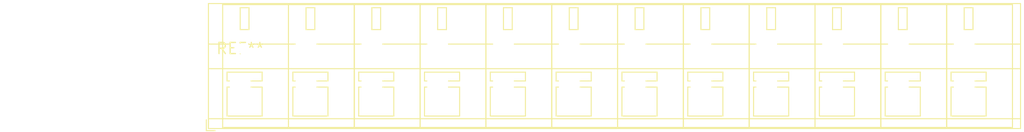
<source format=kicad_pcb>
(kicad_pcb (version 20240108) (generator pcbnew)
  (layers (0 "F.Cu" signal) (31 "B.Cu" signal) (34 "B.Paste" user) (35 "F.Paste" user) (36 "B.SilkS" user "B.Silkscreen") (37 "F.SilkS" user "F.Silkscreen") (38 "B.Mask" user) (39 "F.Mask" user) (44 "Edge.Cuts" user))
  (net 0 "")
  (footprint "TerminalBlock_WAGO_236-512_1x12_P7.50mm_45Degree" (layer "F.Cu") (at 0 0)
    (property "Reference" "REF**")
    (property "Value" "TerminalBlock_WAGO_236-512_1x12_P7.50mm_45Degree")
    (fp_line (start -3.86 8.12) (end -3.86 9.36) (layer "F.SilkS") (stroke (width 0.12)))
    (fp_line (start -3.86 9.36) (end -2.86 9.36) (layer "F.SilkS") (stroke (width 0.12)))
    (fp_line (start -3.62 -5.12) (end -3.62 9.12) (layer "F.SilkS") (stroke (width 0.12)))
    (fp_line (start -3.62 -5.12) (end 88.92 -5.12) (layer "F.SilkS") (stroke (width 0.12)))
    (fp_line (start -3.62 -0.5) (end -1.23 -0.5) (layer "F.SilkS") (stroke (width 0.12)))
    (fp_line (start -3.62 2.3) (end 88.92 2.3) (layer "F.SilkS") (stroke (width 0.12)))
    (fp_line (start -3.62 8) (end 88.92 8) (layer "F.SilkS") (stroke (width 0.12)))
    (fp_line (start -3.62 9.12) (end 88.92 9.12) (layer "F.SilkS") (stroke (width 0.12)))
    (fp_line (start -2 -5) (end -2 9) (layer "F.SilkS") (stroke (width 0.12)))
    (fp_line (start -2 -5) (end 5.5 -5) (layer "F.SilkS") (stroke (width 0.12)))
    (fp_line (start -2 9) (end 5.5 9) (layer "F.SilkS") (stroke (width 0.12)))
    (fp_line (start -1.5 2.7) (end -1.5 3.7) (layer "F.SilkS") (stroke (width 0.12)))
    (fp_line (start -1.5 2.7) (end 2.5 2.7) (layer "F.SilkS") (stroke (width 0.12)))
    (fp_line (start -1.5 3.7) (end -1.23 3.7) (layer "F.SilkS") (stroke (width 0.12)))
    (fp_line (start -1.5 4.4) (end -1.5 7.7) (layer "F.SilkS") (stroke (width 0.12)))
    (fp_line (start -1.5 4.4) (end -1.23 4.4) (layer "F.SilkS") (stroke (width 0.12)))
    (fp_line (start -1.5 7.7) (end 2.5 7.7) (layer "F.SilkS") (stroke (width 0.12)))
    (fp_line (start 0 -4.65) (end 0 -2.151) (layer "F.SilkS") (stroke (width 0.12)))
    (fp_line (start 0 -4.65) (end 1 -4.65) (layer "F.SilkS") (stroke (width 0.12)))
    (fp_line (start 0 -2.151) (end 1 -2.151) (layer "F.SilkS") (stroke (width 0.12)))
    (fp_line (start 1 -4.65) (end 1 -2.151) (layer "F.SilkS") (stroke (width 0.12)))
    (fp_line (start 1.23 -0.5) (end 6.27 -0.5) (layer "F.SilkS") (stroke (width 0.12)))
    (fp_line (start 1.23 3.7) (end 2.5 3.7) (layer "F.SilkS") (stroke (width 0.12)))
    (fp_line (start 1.23 4.4) (end 2.5 4.4) (layer "F.SilkS") (stroke (width 0.12)))
    (fp_line (start 2.5 2.7) (end 2.5 3.7) (layer "F.SilkS") (stroke (width 0.12)))
    (fp_line (start 2.5 4.4) (end 2.5 7.7) (layer "F.SilkS") (stroke (width 0.12)))
    (fp_line (start 5.5 -5) (end 5.5 9) (layer "F.SilkS") (stroke (width 0.12)))
    (fp_line (start 5.5 -5) (end 5.5 9) (layer "F.SilkS") (stroke (width 0.12)))
    (fp_line (start 5.5 -5) (end 13 -5) (layer "F.SilkS") (stroke (width 0.12)))
    (fp_line (start 5.5 9) (end 13 9) (layer "F.SilkS") (stroke (width 0.12)))
    (fp_line (start 6 2.7) (end 6 3.7) (layer "F.SilkS") (stroke (width 0.12)))
    (fp_line (start 6 2.7) (end 10 2.7) (layer "F.SilkS") (stroke (width 0.12)))
    (fp_line (start 6 3.7) (end 6.27 3.7) (layer "F.SilkS") (stroke (width 0.12)))
    (fp_line (start 6 4.4) (end 6 7.7) (layer "F.SilkS") (stroke (width 0.12)))
    (fp_line (start 6 4.4) (end 6.27 4.4) (layer "F.SilkS") (stroke (width 0.12)))
    (fp_line (start 6 7.7) (end 10 7.7) (layer "F.SilkS") (stroke (width 0.12)))
    (fp_line (start 7.5 -4.65) (end 7.5 -2.151) (layer "F.SilkS") (stroke (width 0.12)))
    (fp_line (start 7.5 -4.65) (end 8.5 -4.65) (layer "F.SilkS") (stroke (width 0.12)))
    (fp_line (start 7.5 -2.151) (end 8.5 -2.151) (layer "F.SilkS") (stroke (width 0.12)))
    (fp_line (start 8.5 -4.65) (end 8.5 -2.151) (layer "F.SilkS") (stroke (width 0.12)))
    (fp_line (start 8.73 -0.5) (end 13.77 -0.5) (layer "F.SilkS") (stroke (width 0.12)))
    (fp_line (start 8.73 3.7) (end 10 3.7) (layer "F.SilkS") (stroke (width 0.12)))
    (fp_line (start 8.73 4.4) (end 10 4.4) (layer "F.SilkS") (stroke (width 0.12)))
    (fp_line (start 10 2.7) (end 10 3.7) (layer "F.SilkS") (stroke (width 0.12)))
    (fp_line (start 10 4.4) (end 10 7.7) (layer "F.SilkS") (stroke (width 0.12)))
    (fp_line (start 13 -5) (end 13 9) (layer "F.SilkS") (stroke (width 0.12)))
    (fp_line (start 13 -5) (end 13 9) (layer "F.SilkS") (stroke (width 0.12)))
    (fp_line (start 13 -5) (end 20.5 -5) (layer "F.SilkS") (stroke (width 0.12)))
    (fp_line (start 13 9) (end 20.5 9) (layer "F.SilkS") (stroke (width 0.12)))
    (fp_line (start 13.5 2.7) (end 13.5 3.7) (layer "F.SilkS") (stroke (width 0.12)))
    (fp_line (start 13.5 2.7) (end 17.5 2.7) (layer "F.SilkS") (stroke (width 0.12)))
    (fp_line (start 13.5 3.7) (end 13.77 3.7) (layer "F.SilkS") (stroke (width 0.12)))
    (fp_line (start 13.5 4.4) (end 13.5 7.7) (layer "F.SilkS") (stroke (width 0.12)))
    (fp_line (start 13.5 4.4) (end 13.77 4.4) (layer "F.SilkS") (stroke (width 0.12)))
    (fp_line (start 13.5 7.7) (end 17.5 7.7) (layer "F.SilkS") (stroke (width 0.12)))
    (fp_line (start 15 -4.65) (end 15 -2.151) (layer "F.SilkS") (stroke (width 0.12)))
    (fp_line (start 15 -4.65) (end 16 -4.65) (layer "F.SilkS") (stroke (width 0.12)))
    (fp_line (start 15 -2.151) (end 16 -2.151) (layer "F.SilkS") (stroke (width 0.12)))
    (fp_line (start 16 -4.65) (end 16 -2.151) (layer "F.SilkS") (stroke (width 0.12)))
    (fp_line (start 16.23 -0.5) (end 21.27 -0.5) (layer "F.SilkS") (stroke (width 0.12)))
    (fp_line (start 16.23 3.7) (end 17.5 3.7) (layer "F.SilkS") (stroke (width 0.12)))
    (fp_line (start 16.23 4.4) (end 17.5 4.4) (layer "F.SilkS") (stroke (width 0.12)))
    (fp_line (start 17.5 2.7) (end 17.5 3.7) (layer "F.SilkS") (stroke (width 0.12)))
    (fp_line (start 17.5 4.4) (end 17.5 7.7) (layer "F.SilkS") (stroke (width 0.12)))
    (fp_line (start 20.5 -5) (end 20.5 9) (layer "F.SilkS") (stroke (width 0.12)))
    (fp_line (start 20.5 -5) (end 20.5 9) (layer "F.SilkS") (stroke (width 0.12)))
    (fp_line (start 20.5 -5) (end 28 -5) (layer "F.SilkS") (stroke (width 0.12)))
    (fp_line (start 20.5 9) (end 28 9) (layer "F.SilkS") (stroke (width 0.12)))
    (fp_line (start 21 2.7) (end 21 3.7) (layer "F.SilkS") (stroke (width 0.12)))
    (fp_line (start 21 2.7) (end 25 2.7) (layer "F.SilkS") (stroke (width 0.12)))
    (fp_line (start 21 3.7) (end 21.27 3.7) (layer "F.SilkS") (stroke (width 0.12)))
    (fp_line (start 21 4.4) (end 21 7.7) (layer "F.SilkS") (stroke (width 0.12)))
    (fp_line (start 21 4.4) (end 21.27 4.4) (layer "F.SilkS") (stroke (width 0.12)))
    (fp_line (start 21 7.7) (end 25 7.7) (layer "F.SilkS") (stroke (width 0.12)))
    (fp_line (start 22.5 -4.65) (end 22.5 -2.151) (layer "F.SilkS") (stroke (width 0.12)))
    (fp_line (start 22.5 -4.65) (end 23.5 -4.65) (layer "F.SilkS") (stroke (width 0.12)))
    (fp_line (start 22.5 -2.151) (end 23.5 -2.151) (layer "F.SilkS") (stroke (width 0.12)))
    (fp_line (start 23.5 -4.65) (end 23.5 -2.151) (layer "F.SilkS") (stroke (width 0.12)))
    (fp_line (start 23.73 -0.5) (end 28.77 -0.5) (layer "F.SilkS") (stroke (width 0.12)))
    (fp_line (start 23.73 3.7) (end 25 3.7) (layer "F.SilkS") (stroke (width 0.12)))
    (fp_line (start 23.73 4.4) (end 25 4.4) (layer "F.SilkS") (stroke (width 0.12)))
    (fp_line (start 25 2.7) (end 25 3.7) (layer "F.SilkS") (stroke (width 0.12)))
    (fp_line (start 25 4.4) (end 25 7.7) (layer "F.SilkS") (stroke (width 0.12)))
    (fp_line (start 28 -5) (end 28 9) (layer "F.SilkS") (stroke (width 0.12)))
    (fp_line (start 28 -5) (end 28 9) (layer "F.SilkS") (stroke (width 0.12)))
    (fp_line (start 28 -5) (end 35.5 -5) (layer "F.SilkS") (stroke (width 0.12)))
    (fp_line (start 28 9) (end 35.5 9) (layer "F.SilkS") (stroke (width 0.12)))
    (fp_line (start 28.5 2.7) (end 28.5 3.7) (layer "F.SilkS") (stroke (width 0.12)))
    (fp_line (start 28.5 2.7) (end 32.5 2.7) (layer "F.SilkS") (stroke (width 0.12)))
    (fp_line (start 28.5 3.7) (end 28.77 3.7) (layer "F.SilkS") (stroke (width 0.12)))
    (fp_line (start 28.5 4.4) (end 28.5 7.7) (layer "F.SilkS") (stroke (width 0.12)))
    (fp_line (start 28.5 4.4) (end 28.77 4.4) (layer "F.SilkS") (stroke (width 0.12)))
    (fp_line (start 28.5 7.7) (end 32.5 7.7) (layer "F.SilkS") (stroke (width 0.12)))
    (fp_line (start 30 -4.65) (end 30 -2.151) (layer "F.SilkS") (stroke (width 0.12)))
    (fp_line (start 30 -4.65) (end 31 -4.65) (layer "F.SilkS") (stroke (width 0.12)))
    (fp_line (start 30 -2.151) (end 31 -2.151) (layer "F.SilkS") (stroke (width 0.12)))
    (fp_line (start 31 -4.65) (end 31 -2.151) (layer "F.SilkS") (stroke (width 0.12)))
    (fp_line (start 31.23 -0.5) (end 36.27 -0.5) (layer "F.SilkS") (stroke (width 0.12)))
    (fp_line (start 31.23 3.7) (end 32.5 3.7) (layer "F.SilkS") (stroke (width 0.12)))
    (fp_line (start 31.23 4.4) (end 32.5 4.4) (layer "F.SilkS") (stroke (width 0.12)))
    (fp_line (start 32.5 2.7) (end 32.5 3.7) (layer "F.SilkS") (stroke (width 0.12)))
    (fp_line (start 32.5 4.4) (end 32.5 7.7) (layer "F.SilkS") (stroke (width 0.12)))
    (fp_line (start 35.5 -5) (end 35.5 9) (layer "F.SilkS") (stroke (width 0.12)))
    (fp_line (start 35.5 -5) (end 35.5 9) (layer "F.SilkS") (stroke (width 0.12)))
    (fp_line (start 35.5 -5) (end 43 -5) (layer "F.SilkS") (stroke (width 0.12)))
    (fp_line (start 35.5 9) (end 43 9) (layer "F.SilkS") (stroke (width 0.12)))
    (fp_line (start 36 2.7) (end 36 3.7) (layer "F.SilkS") (stroke (width 0.12)))
    (fp_line (start 36 2.7) (end 40 2.7) (layer "F.SilkS") (stroke (width 0.12)))
    (fp_line (start 36 3.7) (end 36.27 3.7) (layer "F.SilkS") (stroke (width 0.12)))
    (fp_line (start 36 4.4) (end 36 7.7) (layer "F.SilkS") (stroke (width 0.12)))
    (fp_line (start 36 4.4) (end 36.27 4.4) (layer "F.SilkS") (stroke (width 0.12)))
    (fp_line (start 36 7.7) (end 40 7.7) (layer "F.SilkS") (stroke (width 0.12)))
    (fp_line (start 37.5 -4.65) (end 37.5 -2.151) (layer "F.SilkS") (stroke (width 0.12)))
    (fp_line (start 37.5 -4.65) (end 38.5 -4.65) (layer "F.SilkS") (stroke (width 0.12)))
    (fp_line (start 37.5 -2.151) (end 38.5 -2.151) (layer "F.SilkS") (stroke (width 0.12)))
    (fp_line (start 38.5 -4.65) (end 38.5 -2.151) (layer "F.SilkS") (stroke (width 0.12)))
    (fp_line (start 38.73 -0.5) (end 43.77 -0.5) (layer "F.SilkS") (stroke (width 0.12)))
    (fp_line (start 38.73 3.7) (end 40 3.7) (layer "F.SilkS") (stroke (width 0.12)))
    (fp_line (start 38.73 4.4) (end 40 4.4) (layer "F.SilkS") (stroke (width 0.12)))
    (fp_line (start 40 2.7) (end 40 3.7) (layer "F.SilkS") (stroke (width 0.12)))
    (fp_line (start 40 4.4) (end 40 7.7) (layer "F.SilkS") (stroke (width 0.12)))
    (fp_line (start 43 -5) (end 43 9) (layer "F.SilkS") (stroke (width 0.12)))
    (fp_line (start 43 -5) (end 43 9) (layer "F.SilkS") (stroke (width 0.12)))
    (fp_line (start 43 -5) (end 50.5 -5) (layer "F.SilkS") (stroke (width 0.12)))
    (fp_line (start 43 9) (end 50.5 9) (layer "F.SilkS") (stroke (width 0.12)))
    (fp_line (start 43.5 2.7) (end 43.5 3.7) (layer "F.SilkS") (stroke (width 0.12)))
    (fp_line (start 43.5 2.7) (end 47.5 2.7) (layer "F.SilkS") (stroke (width 0.12)))
    (fp_line (start 43.5 3.7) (end 43.77 3.7) (layer "F.SilkS") (stroke (width 0.12)))
    (fp_line (start 43.5 4.4) (end 43.5 7.7) (layer "F.SilkS") (stroke (width 0.12)))
    (fp_line (start 43.5 4.4) (end 43.77 4.4) (layer "F.SilkS") (stroke (width 0.12)))
    (fp_line (start 43.5 7.7) (end 47.5 7.7) (layer "F.SilkS") (stroke (width 0.12)))
    (fp_line (start 45 -4.65) (end 45 -2.151) (layer "F.SilkS") (stroke (width 0.12)))
    (fp_line (start 45 -4.65) (end 46 -4.65) (layer "F.SilkS") (stroke (width 0.12)))
    (fp_line (start 45 -2.151) (end 46 -2.151) (layer "F.SilkS") (stroke (width 0.12)))
    (fp_line (start 46 -4.65) (end 46 -2.151) (layer "F.SilkS") (stroke (width 0.12)))
    (fp_line (start 46.23 -0.5) (end 51.27 -0.5) (layer "F.SilkS") (stroke (width 0.12)))
    (fp_line (start 46.23 3.7) (end 47.5 3.7) (layer "F.SilkS") (stroke (width 0.12)))
    (fp_line (start 46.23 4.4) (end 47.5 4.4) (layer "F.SilkS") (stroke (width 0.12)))
    (fp_line (start 47.5 2.7) (end 47.5 3.7) (layer "F.SilkS") (stroke (width 0.12)))
    (fp_line (start 47.5 4.4) (end 47.5 7.7) (layer "F.SilkS") (stroke (width 0.12)))
    (fp_line (start 50.5 -5) (end 50.5 9) (layer "F.SilkS") (stroke (width 0.12)))
    (fp_line (start 50.5 -5) (end 50.5 9) (layer "F.SilkS") (stroke (width 0.12)))
    (fp_line (start 50.5 -5) (end 58 -5) (layer "F.SilkS") (stroke (width 0.12)))
    (fp_line (start 50.5 9) (end 58 9) (layer "F.SilkS") (stroke (width 0.12)))
    (fp_line (start 51 2.7) (end 51 3.7) (layer "F.SilkS") (stroke (width 0.12)))
    (fp_line (start 51 2.7) (end 55 2.7) (layer "F.SilkS") (stroke (width 0.12)))
    (fp_line (start 51 3.7) (end 51.27 3.7) (layer "F.SilkS") (stroke (width 0.12)))
    (fp_line (start 51 4.4) (end 51 7.7) (layer "F.SilkS") (stroke (width 0.12)))
    (fp_line (start 51 4.4) (end 51.27 4.4) (layer "F.SilkS") (stroke (width 0.12)))
    (fp_line (start 51 7.7) (end 55 7.7) (layer "F.SilkS") (stroke (width 0.12)))
    (fp_line (start 52.5 -4.65) (end 52.5 -2.151) (layer "F.SilkS") (stroke (width 0.12)))
    (fp_line (start 52.5 -4.65) (end 53.5 -4.65) (layer "F.SilkS") (stroke (width 0.12)))
    (fp_line (start 52.5 -2.151) (end 53.5 -2.151) (layer "F.SilkS") (stroke (width 0.12)))
    (fp_line (start 53.5 -4.65) (end 53.5 -2.151) (layer "F.SilkS") (stroke (width 0.12)))
    (fp_line (start 53.73 -0.5) (end 58.77 -0.5) (layer "F.SilkS") (stroke (width 0.12)))
    (fp_line (start 53.73 3.7) (end 55 3.7) (layer "F.SilkS") (stroke (width 0.12)))
    (fp_line (start 53.73 4.4) (end 55 4.4) (layer "F.SilkS") (stroke (width 0.12)))
    (fp_line (start 55 2.7) (end 55 3.7) (layer "F.SilkS") (stroke (width 0.12)))
    (fp_line (start 55 4.4) (end 55 7.7) (layer "F.SilkS") (stroke (width 0.12)))
    (fp_line (start 58 -5) (end 58 9) (layer "F.SilkS") (stroke (width 0.12)))
    (fp_line (start 58 -5) (end 58 9) (layer "F.SilkS") (stroke (width 0.12)))
    (fp_line (start 58 -5) (end 65.5 -5) (layer "F.SilkS") (stroke (width 0.12)))
    (fp_line (start 58 9) (end 65.5 9) (layer "F.SilkS") (stroke (width 0.12)))
    (fp_line (start 58.5 2.7) (end 58.5 3.7) (layer "F.SilkS") (stroke (width 0.12)))
    (fp_line (start 58.5 2.7) (end 62.5 2.7) (layer "F.SilkS") (stroke (width 0.12)))
    (fp_line (start 58.5 3.7) (end 58.77 3.7) (layer "F.SilkS") (stroke (width 0.12)))
    (fp_line (start 58.5 4.4) (end 58.5 7.7) (layer "F.SilkS") (stroke (width 0.12)))
    (fp_line (start 58.5 4.4) (end 58.77 4.4) (layer "F.SilkS") (stroke (width 0.12)))
    (fp_line (start 58.5 7.7) (end 62.5 7.7) (layer "F.SilkS") (stroke (width 0.12)))
    (fp_line (start 60 -4.65) (end 60 -2.151) (layer "F.SilkS") (stroke (width 0.12)))
    (fp_line (start 60 -4.65) (end 61 -4.65) (layer "F.SilkS") (stroke (width 0.12)))
    (fp_line (start 60 -2.151) (end 61 -2.151) (layer "F.SilkS") (stroke (width 0.12)))
    (fp_line (start 61 -4.65) (end 61 -2.151) (layer "F.SilkS") (stroke (width 0.12)))
    (fp_line (start 61.23 -0.5) (end 66.27 -0.5) (layer "F.SilkS") (stroke (width 0.12)))
    (fp_line (start 61.23 3.7) (end 62.5 3.7) (layer "F.SilkS") (stroke (width 0.12)))
    (fp_line (start 61.23 4.4) (end 62.5 4.4) (layer "F.SilkS") (stroke (width 0.12)))
    (fp_line (start 62.5 2.7) (end 62.5 3.7) (layer "F.SilkS") (stroke (width 0.12)))
    (fp_line (start 62.5 4.4) (end 62.5 7.7) (layer "F.SilkS") (stroke (width 0.12)))
    (fp_line (start 65.5 -5) (end 65.5 9) (layer "F.SilkS") (stroke (width 0.12)))
    (fp_line (start 65.5 -5) (end 65.5 9) (layer "F.SilkS") (stroke (width 0.12)))
    (fp_line (start 65.5 -5) (end 73 -5) (layer "F.SilkS") (stroke (width 0.12)))
    (fp_line (start 65.5 9) (end 73 9) (layer "F.SilkS") (stroke (width 0.12)))
    (fp_line (start 66 2.7) (end 66 3.7) (layer "F.SilkS") (stroke (width 0.12)))
    (fp_line (start 66 2.7) (end 70 2.7) (layer "F.SilkS") (stroke (width 0.12)))
    (fp_line (start 66 3.7) (end 66.27 3.7) (layer "F.SilkS") (stroke (width 0.12)))
    (fp_line (start 66 4.4) (end 66 7.7) (layer "F.SilkS") (stroke (width 0.12)))
    (fp_line (start 66 4.4) (end 66.27 4.4) (layer "F.SilkS") (stroke (width 0.12)))
    (fp_line (start 66 7.7) (end 70 7.7) (layer "F.SilkS") (stroke (width 0.12)))
    (fp_line (start 67.5 -4.65) (end 67.5 -2.151) (layer "F.SilkS") (stroke (width 0.12)))
    (fp_line (start 67.5 -4.65) (end 68.5 -4.65) (layer "F.SilkS") (stroke (width 0.12)))
    (fp_line (start 67.5 -2.151) (end 68.5 -2.151) (layer "F.SilkS") (stroke (width 0.12)))
    (fp_line (start 68.5 -4.65) (end 68.5 -2.151) (layer "F.SilkS") (stroke (width 0.12)))
    (fp_line (start 68.73 -0.5) (end 73.77 -0.5) (layer "F.SilkS") (stroke (width 0.12)))
    (fp_line (start 68.73 3.7) (end 70 3.7) (layer "F.SilkS") (stroke (width 0.12)))
    (fp_line (start 68.73 4.4) (end 70 4.4) (layer "F.SilkS") (stroke (width 0.12)))
    (fp_line (start 70 2.7) (end 70 3.7) (layer "F.SilkS") (stroke (width 0.12)))
    (fp_line (start 70 4.4) (end 70 7.7) (layer "F.SilkS") (stroke (width 0.12)))
    (fp_line (start 73 -5) (end 73 9) (layer "F.SilkS") (stroke (width 0.12)))
    (fp_line (start 73 -5) (end 73 9) (layer "F.SilkS") (stroke (width 0.12)))
    (fp_line (start 73 -5) (end 80.5 -5) (layer "F.SilkS") (stroke (width 0.12)))
    (fp_line (start 73 9) (end 80.5 9) (layer "F.SilkS") (stroke (width 0.12)))
    (fp_line (start 73.5 2.7) (end 73.5 3.7) (layer "F.SilkS") (stroke (width 0.12)))
    (fp_line (start 73.5 2.7) (end 77.5 2.7) (layer "F.SilkS") (stroke (width 0.12)))
    (fp_line (start 73.5 3.7) (end 73.77 3.7) (layer "F.SilkS") (stroke (width 0.12)))
    (fp_line (start 73.5 4.4) (end 73.5 7.7) (layer "F.SilkS") (stroke (width 0.12)))
    (fp_line (start 73.5 4.4) (end 73.77 4.4) (layer "F.SilkS") (stroke (width 0.12)))
    (fp_line (start 73.5 7.7) (end 77.5 7.7) (layer "F.SilkS") (stroke (width 0.12)))
    (fp_line (start 75 -4.65) (end 75 -2.151) (layer "F.SilkS") (stroke (width 0.12)))
    (fp_line (start 75 -4.65) (end 76 -4.65) (layer "F.SilkS") (stroke (width 0.12)))
    (fp_line (start 75 -2.151) (end 76 -2.151) (layer "F.SilkS") (stroke (width 0.12)))
    (fp_line (start 76 -4.65) (end 76 -2.151) (layer "F.SilkS") (stroke (width 0.12)))
    (fp_line (start 76.23 -0.5) (end 81.27 -0.5) (layer "F.SilkS") (stroke (width 0.12)))
    (fp_line (start 76.23 3.7) (end 77.5 3.7) (layer "F.SilkS") (stroke (width 0.12)))
    (fp_line (start 76.23 4.4) (end 77.5 4.4) (layer "F.SilkS") (stroke (width 0.12)))
    (fp_line (start 77.5 2.7) (end 77.5 3.7) (layer "F.SilkS") (stroke (width 0.12)))
    (fp_line (start 77.5 4.4) (end 77.5 7.7) (layer "F.SilkS") (stroke (width 0.12)))
    (fp_line (start 80.5 -5) (end 80.5 9) (layer "F.SilkS") (stroke (width 0.12)))
    (fp_line (start 80.5 -5) (end 80.5 9) (layer "F.SilkS") (stroke (width 0.12)))
    (fp_line (start 80.5 -5) (end 88 -5) (layer "F.SilkS") (stroke (width 0.12)))
    (fp_line (start 80.5 9) (end 88 9) (layer "F.SilkS") (stroke (width 0.12)))
    (fp_line (start 81 2.7) (end 81 3.7) (layer "F.SilkS") (stroke (width 0.12)))
    (fp_line (start 81 2.7) (end 85 2.7) (layer "F.SilkS") (stroke (width 0.12)))
    (fp_line (start 81 3.7) (end 81.27 3.7) (layer "F.SilkS") (stroke (width 0.12)))
    (fp_line (start 81 4.4) (end 81 7.7) (layer "F.SilkS") (stroke (width 0.12)))
    (fp_line (start 81 4.4) (end 81.27 4.4) (layer "F.SilkS") (stroke (width 0.12)))
    (fp_line (start 81 7.7) (end 85 7.7) (layer "F.SilkS") (stroke (width 0.12)))
    (fp_line (start 82.5 -4.65) (end 82.5 -2.151) (layer "F.SilkS") (stroke (width 0.12)))
    (fp_line (start 82.5 -4.65) (end 83.5 -4.65) (layer "F.SilkS") (stroke (width 0.12)))
    (fp_line (start 82.5 -2.151) (end 83.5 -2.151) (layer "F.SilkS") (stroke (width 0.12)))
    (fp_line (start 83.5 -4.65) (end 83.5 -2.151) (layer "F.SilkS") (stroke (width 0.12)))
    (fp_line (start 83.73 -0.5) (end 88.92 -0.5) (layer "F.SilkS") (stroke (width 0.12)))
    (fp_line (start 83.73 3.7) (end 85 3.7) (layer "F.SilkS") (stroke (width 0.12)))
    (fp_line (start 83.73 4.4) (end 85 4.4) (layer "F.SilkS") (stroke (width 0.12)))
    (fp_line (start 85 2.7) (end 85 3.7) (layer "F.SilkS") (stroke (width 0.12)))
    (fp_line (start 85 4.4) (end 85 7.7) (layer "F.SilkS") (stroke (width 0.12)))
    (fp_line (start 88 -5) (end 88 9) (layer "F.SilkS") (stroke (width 0.12)))
    (fp_line (start 88.92 -5.12) (end 88.92 9.12) (layer "F.SilkS") (stroke (width 0.12)))
    (pad "1" thru_hole rect (at 0 0) (size 1.5 3) (drill 1.15) (layers *.Cu *.Mask) (remove_unused_layers))
    (pad "1" thru_hole rect (at 0 5) (size 1.5 3) (drill 1.15) (layers *.Cu *.Mask) (remove_unused_layers))
    (pad "2" thru_hole oval (at 7.5 0) (size 1.5 3) (drill 1.15) (layers *.Cu *.Mask) (remove_unused_layers))
    (pad "2" thru_hole oval (at 7.5 5) (size 1.5 3) (drill 1.15) (layers *.Cu *.Mask) (remove_unused_layers))
    (pad "3" thru_hole oval (at 15 0) (size 1.5 3) (drill 1.15) (layers *.Cu *.Mask) (remove_unused_layers))
    (pad "3" thru_hole oval (at 15 5) (size 1.5 3) (drill 1.15) (layers *.Cu *.Mask) (remove_unused_layers))
    (pad "4" thru_hole oval (at 22.5 0) (size 1.5 3) (drill 1.15) (layers *.Cu *.Mask) (remove_unused_layers))
    (pad "4" thru_hole oval (at 22.5 5) (size 1.5 3) (drill 1.15) (layers *.Cu *.Mask) (remove_unused_layers))
    (pad "5" thru_hole oval (at 30 0) (size 1.5 3) (drill 1.15) (layers *.Cu *.Mask) (remove_unused_layers))
    (pad "5" thru_hole oval (at 30 5) (size 1.5 3) (drill 1.15) (layers *.Cu *.Mask) (remove_unused_layers))
    (pad "6" thru_hole oval (at 37.5 0) (size 1.5 3) (drill 1.15) (layers *.Cu *.Mask) (remove_unused_layers))
    (pad "6" thru_hole oval (at 37.5 5) (size 1.5 3) (drill 1.15) (layers *.Cu *.Mask) (remove_unused_layers))
    (pad "7" thru_hole oval (at 45 0) (size 1.5 3) (drill 1.15) (layers *.Cu *.Mask) (remove_unused_layers))
    (pad "7" thru_hole oval (at 45 5) (size 1.5 3) (drill 1.15) (layers *.Cu *.Mask) (remove_unused_layers))
    (pad "8" thru_hole oval (at 52.5 0) (size 1.5 3) (drill 1.15) (layers *.Cu *.Mask) (remove_unused_layers))
    (pad "8" thru_hole oval (at 52.5 5) (size 1.5 3) (drill 1.15) (layers *.Cu *.Mask) (remove_unused_layers))
    (pad "9" thru_hole oval (at 60 0) (size 1.5 3) (drill 1.15) (layers *.Cu *.Mask) (remove_unused_layers))
    (pad "9" thru_hole oval (at 60 5) (size 1.5 3) (drill 1.15) (layers *.Cu *.Mask) (remove_unused_layers))
    (pad "10" thru_hole oval (at 67.5 0) (size 1.5 3) (drill 1.15) (layers *.Cu *.Mask) (remove_unused_layers))
    (pad "10" thru_hole oval (at 67.5 5) (size 1.5 3) (drill 1.15) (layers *.Cu *.Mask) (remove_unused_layers))
    (pad "11" thru_hole oval (at 75 0) (size 1.5 3) (drill 1.15) (layers *.Cu *.Mask) (remove_unused_layers))
    (pad "11" thru_hole oval (at 75 5) (size 1.5 3) (drill 1.15) (layers *.Cu *.Mask) (remove_unused_layers))
    (pad "12" thru_hole oval (at 82.5 0) (size 1.5 3) (drill 1.15) (layers *.Cu *.Mask) (remove_unused_layers))
    (pad "12" thru_hole oval (at 82.5 5) (size 1.5 3) (drill 1.15) (layers *.Cu *.Mask) (remove_unused_layers))
  )
)
</source>
